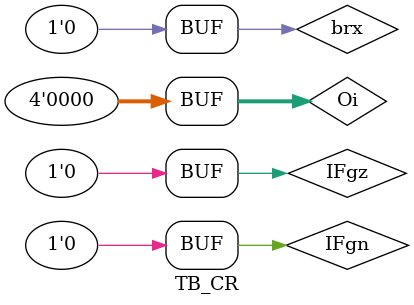
<source format=v>
`timescale 1ns / 1ps


module TB_CR;

	// Inputs
	reg [3:0] Oi;
	reg brx;
	reg IFgn;
	reg IFgz;

	// Outputs
	wire LRCR;
	wire [1:0] mux1CR;
	wire PCCR;
	wire RegCR;
	wire mux2CR;
	wire [3:0] OPALU;
	wire NFCR;
	wire ZFCR;
	wire DMCR;
	wire [1:0] WBCR;
	wire Reg1CR;
	wire Reg2CR;

	// Instantiate the Unit Under Test (UUT)
	CR uut (
		.Oi(Oi), 
		.brx(brx), 
		.IFgn(IFgn), 
		.IFgz(IFgz), 
		.LRCR(LRCR), 
		.mux1CR(mux1CR), 
		.PCCR(PCCR), 
		.RegCR(RegCR), 
		.mux2CR(mux2CR), 
		.OPALU(OPALU), 
		.NFCR(NFCR), 
		.ZFCR(ZFCR), 
		.DMCR(DMCR), 
		.WBCR(WBCR), 
		.Reg1CR(Reg1CR), 
		.Reg2CR(Reg2CR)
	);

	initial begin
		// Initialize Inputs
		Oi = 0;
		brx = 0;
		IFgn = 0;
		IFgz = 0;

		// Wait 100 ns for global reset to finish
		#100;
        
		// Add stimulus here

	end
      
endmodule


</source>
